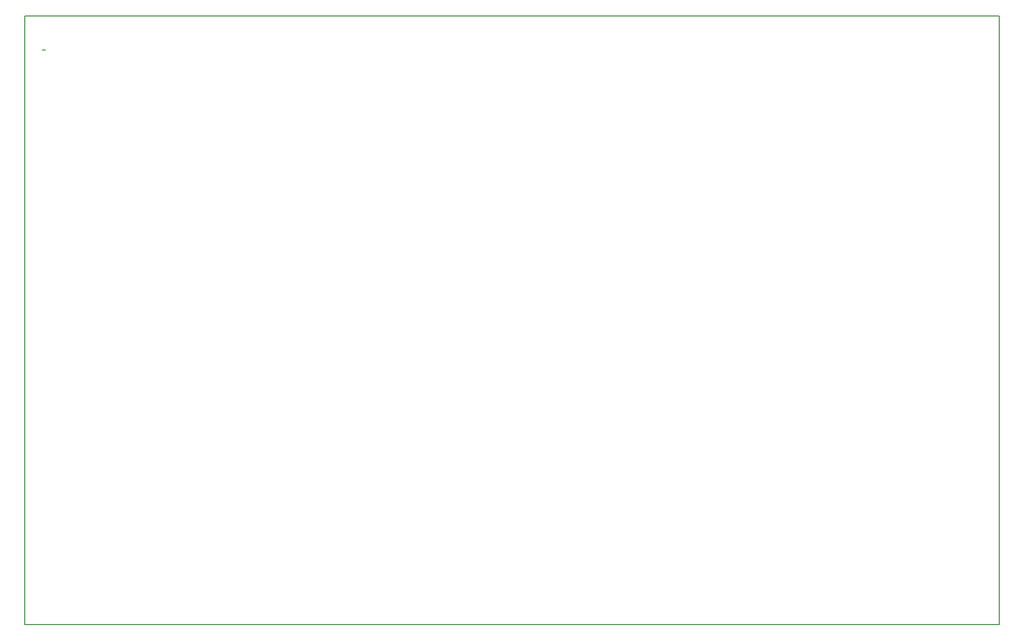
<source format=gm1>
G04 Layer_Color=16711935*
%FSLAX25Y25*%
%MOIN*%
G70*
G01*
G75*
%ADD30C,0.00500*%
D30*
X728347Y98425D02*
Y492126D01*
X109606Y469921D02*
X110827D01*
X111870D01*
X98425Y98425D02*
Y492126D01*
X728347D01*
X98425Y98425D02*
X728347D01*
M02*

</source>
